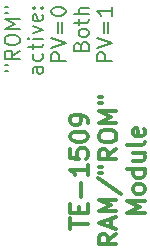
<source format=gto>
%FSLAX46Y46*%
G04 Gerber Fmt 4.6, Leading zero omitted, Abs format (unit mm)*
G04 Created by KiCad (PCBNEW (2014-10-27 BZR 5228)-product) date 5/3/2015 5:03:20 PM*
%MOMM*%
G01*
G04 APERTURE LIST*
%ADD10C,0.100000*%
%ADD11C,0.300000*%
%ADD12C,0.200000*%
%ADD13R,5.080000X2.540000*%
%ADD14C,19.050000*%
%ADD15R,7.366000X1.016000*%
%ADD16R,6.350000X1.016000*%
%ADD17R,0.700000X1.500000*%
%ADD18R,1.000000X0.800000*%
G04 APERTURE END LIST*
D10*
D11*
X14812571Y-26101856D02*
X14812571Y-25244713D01*
X16312571Y-25673284D02*
X14812571Y-25673284D01*
X15526857Y-24744713D02*
X15526857Y-24244713D01*
X16312571Y-24030427D02*
X16312571Y-24744713D01*
X14812571Y-24744713D01*
X14812571Y-24030427D01*
X15741143Y-23387570D02*
X15741143Y-22244713D01*
X16312571Y-20744713D02*
X16312571Y-21601856D01*
X16312571Y-21173284D02*
X14812571Y-21173284D01*
X15026857Y-21316141D01*
X15169714Y-21458999D01*
X15241143Y-21601856D01*
X14812571Y-19387570D02*
X14812571Y-20101856D01*
X15526857Y-20173285D01*
X15455429Y-20101856D01*
X15384000Y-19958999D01*
X15384000Y-19601856D01*
X15455429Y-19458999D01*
X15526857Y-19387570D01*
X15669714Y-19316142D01*
X16026857Y-19316142D01*
X16169714Y-19387570D01*
X16241143Y-19458999D01*
X16312571Y-19601856D01*
X16312571Y-19958999D01*
X16241143Y-20101856D01*
X16169714Y-20173285D01*
X14812571Y-18387571D02*
X14812571Y-18244714D01*
X14884000Y-18101857D01*
X14955429Y-18030428D01*
X15098286Y-17958999D01*
X15384000Y-17887571D01*
X15741143Y-17887571D01*
X16026857Y-17958999D01*
X16169714Y-18030428D01*
X16241143Y-18101857D01*
X16312571Y-18244714D01*
X16312571Y-18387571D01*
X16241143Y-18530428D01*
X16169714Y-18601857D01*
X16026857Y-18673285D01*
X15741143Y-18744714D01*
X15384000Y-18744714D01*
X15098286Y-18673285D01*
X14955429Y-18601857D01*
X14884000Y-18530428D01*
X14812571Y-18387571D01*
X16312571Y-17173286D02*
X16312571Y-16887571D01*
X16241143Y-16744714D01*
X16169714Y-16673286D01*
X15955429Y-16530428D01*
X15669714Y-16459000D01*
X15098286Y-16459000D01*
X14955429Y-16530428D01*
X14884000Y-16601857D01*
X14812571Y-16744714D01*
X14812571Y-17030428D01*
X14884000Y-17173286D01*
X14955429Y-17244714D01*
X15098286Y-17316143D01*
X15455429Y-17316143D01*
X15598286Y-17244714D01*
X15669714Y-17173286D01*
X15741143Y-17030428D01*
X15741143Y-16744714D01*
X15669714Y-16601857D01*
X15598286Y-16530428D01*
X15455429Y-16459000D01*
X18712571Y-26566143D02*
X17998286Y-27066143D01*
X18712571Y-27423286D02*
X17212571Y-27423286D01*
X17212571Y-26851858D01*
X17284000Y-26709000D01*
X17355429Y-26637572D01*
X17498286Y-26566143D01*
X17712571Y-26566143D01*
X17855429Y-26637572D01*
X17926857Y-26709000D01*
X17998286Y-26851858D01*
X17998286Y-27423286D01*
X18284000Y-25994715D02*
X18284000Y-25280429D01*
X18712571Y-26137572D02*
X17212571Y-25637572D01*
X18712571Y-25137572D01*
X18712571Y-24637572D02*
X17212571Y-24637572D01*
X18284000Y-24137572D01*
X17212571Y-23637572D01*
X18712571Y-23637572D01*
X17141143Y-21851858D02*
X19069714Y-23137572D01*
X17212571Y-21423286D02*
X17498286Y-21423286D01*
X17212571Y-20851857D02*
X17498286Y-20851857D01*
X18712571Y-19351857D02*
X17998286Y-19851857D01*
X18712571Y-20209000D02*
X17212571Y-20209000D01*
X17212571Y-19637572D01*
X17284000Y-19494714D01*
X17355429Y-19423286D01*
X17498286Y-19351857D01*
X17712571Y-19351857D01*
X17855429Y-19423286D01*
X17926857Y-19494714D01*
X17998286Y-19637572D01*
X17998286Y-20209000D01*
X17212571Y-18423286D02*
X17212571Y-18137572D01*
X17284000Y-17994714D01*
X17426857Y-17851857D01*
X17712571Y-17780429D01*
X18212571Y-17780429D01*
X18498286Y-17851857D01*
X18641143Y-17994714D01*
X18712571Y-18137572D01*
X18712571Y-18423286D01*
X18641143Y-18566143D01*
X18498286Y-18709000D01*
X18212571Y-18780429D01*
X17712571Y-18780429D01*
X17426857Y-18709000D01*
X17284000Y-18566143D01*
X17212571Y-18423286D01*
X18712571Y-17137571D02*
X17212571Y-17137571D01*
X18284000Y-16637571D01*
X17212571Y-16137571D01*
X18712571Y-16137571D01*
X17212571Y-15494714D02*
X17498286Y-15494714D01*
X17212571Y-14923285D02*
X17498286Y-14923285D01*
X21112571Y-24780428D02*
X19612571Y-24780428D01*
X20684000Y-24280428D01*
X19612571Y-23780428D01*
X21112571Y-23780428D01*
X21112571Y-22851856D02*
X21041143Y-22994714D01*
X20969714Y-23066142D01*
X20826857Y-23137571D01*
X20398286Y-23137571D01*
X20255429Y-23066142D01*
X20184000Y-22994714D01*
X20112571Y-22851856D01*
X20112571Y-22637571D01*
X20184000Y-22494714D01*
X20255429Y-22423285D01*
X20398286Y-22351856D01*
X20826857Y-22351856D01*
X20969714Y-22423285D01*
X21041143Y-22494714D01*
X21112571Y-22637571D01*
X21112571Y-22851856D01*
X21112571Y-21066142D02*
X19612571Y-21066142D01*
X21041143Y-21066142D02*
X21112571Y-21208999D01*
X21112571Y-21494713D01*
X21041143Y-21637571D01*
X20969714Y-21708999D01*
X20826857Y-21780428D01*
X20398286Y-21780428D01*
X20255429Y-21708999D01*
X20184000Y-21637571D01*
X20112571Y-21494713D01*
X20112571Y-21208999D01*
X20184000Y-21066142D01*
X20112571Y-19708999D02*
X21112571Y-19708999D01*
X20112571Y-20351856D02*
X20898286Y-20351856D01*
X21041143Y-20280428D01*
X21112571Y-20137570D01*
X21112571Y-19923285D01*
X21041143Y-19780428D01*
X20969714Y-19708999D01*
X21112571Y-18780427D02*
X21041143Y-18923285D01*
X20898286Y-18994713D01*
X19612571Y-18994713D01*
X21041143Y-17637571D02*
X21112571Y-17780428D01*
X21112571Y-18066142D01*
X21041143Y-18208999D01*
X20898286Y-18280428D01*
X20326857Y-18280428D01*
X20184000Y-18208999D01*
X20112571Y-18066142D01*
X20112571Y-17780428D01*
X20184000Y-17637571D01*
X20326857Y-17566142D01*
X20469714Y-17566142D01*
X20612571Y-18280428D01*
D12*
X9258476Y-12766762D02*
X9496571Y-12766762D01*
X9258476Y-12290571D02*
X9496571Y-12290571D01*
X10508476Y-11040571D02*
X9913238Y-11457238D01*
X10508476Y-11754857D02*
X9258476Y-11754857D01*
X9258476Y-11278666D01*
X9318000Y-11159619D01*
X9377524Y-11100095D01*
X9496571Y-11040571D01*
X9675143Y-11040571D01*
X9794190Y-11100095D01*
X9853714Y-11159619D01*
X9913238Y-11278666D01*
X9913238Y-11754857D01*
X9258476Y-10266762D02*
X9258476Y-10028666D01*
X9318000Y-9909619D01*
X9437048Y-9790571D01*
X9675143Y-9731047D01*
X10091810Y-9731047D01*
X10329905Y-9790571D01*
X10448952Y-9909619D01*
X10508476Y-10028666D01*
X10508476Y-10266762D01*
X10448952Y-10385809D01*
X10329905Y-10504857D01*
X10091810Y-10564381D01*
X9675143Y-10564381D01*
X9437048Y-10504857D01*
X9318000Y-10385809D01*
X9258476Y-10266762D01*
X10508476Y-9195333D02*
X9258476Y-9195333D01*
X10151333Y-8778666D01*
X9258476Y-8362000D01*
X10508476Y-8362000D01*
X9258476Y-7826286D02*
X9496571Y-7826286D01*
X9258476Y-7350095D02*
X9496571Y-7350095D01*
X12458476Y-12409620D02*
X11803714Y-12409620D01*
X11684667Y-12469143D01*
X11625143Y-12588191D01*
X11625143Y-12826286D01*
X11684667Y-12945334D01*
X12398952Y-12409620D02*
X12458476Y-12528667D01*
X12458476Y-12826286D01*
X12398952Y-12945334D01*
X12279905Y-13004858D01*
X12160857Y-13004858D01*
X12041810Y-12945334D01*
X11982286Y-12826286D01*
X11982286Y-12528667D01*
X11922762Y-12409620D01*
X12398952Y-11278668D02*
X12458476Y-11397715D01*
X12458476Y-11635811D01*
X12398952Y-11754858D01*
X12339429Y-11814382D01*
X12220381Y-11873906D01*
X11863238Y-11873906D01*
X11744190Y-11814382D01*
X11684667Y-11754858D01*
X11625143Y-11635811D01*
X11625143Y-11397715D01*
X11684667Y-11278668D01*
X11625143Y-10921524D02*
X11625143Y-10445334D01*
X11208476Y-10742953D02*
X12279905Y-10742953D01*
X12398952Y-10683429D01*
X12458476Y-10564382D01*
X12458476Y-10445334D01*
X12458476Y-10028667D02*
X11625143Y-10028667D01*
X11208476Y-10028667D02*
X11268000Y-10088191D01*
X11327524Y-10028667D01*
X11268000Y-9969143D01*
X11208476Y-10028667D01*
X11327524Y-10028667D01*
X11625143Y-9552477D02*
X12458476Y-9254858D01*
X11625143Y-8957238D01*
X12398952Y-8004857D02*
X12458476Y-8123905D01*
X12458476Y-8362000D01*
X12398952Y-8481048D01*
X12279905Y-8540572D01*
X11803714Y-8540572D01*
X11684667Y-8481048D01*
X11625143Y-8362000D01*
X11625143Y-8123905D01*
X11684667Y-8004857D01*
X11803714Y-7945334D01*
X11922762Y-7945334D01*
X12041810Y-8540572D01*
X12339429Y-7409619D02*
X12398952Y-7350095D01*
X12458476Y-7409619D01*
X12398952Y-7469143D01*
X12339429Y-7409619D01*
X12458476Y-7409619D01*
X11684667Y-7409619D02*
X11744190Y-7350095D01*
X11803714Y-7409619D01*
X11744190Y-7469143D01*
X11684667Y-7409619D01*
X11803714Y-7409619D01*
X14408476Y-11873905D02*
X13158476Y-11873905D01*
X13158476Y-11397714D01*
X13218000Y-11278667D01*
X13277524Y-11219143D01*
X13396571Y-11159619D01*
X13575143Y-11159619D01*
X13694190Y-11219143D01*
X13753714Y-11278667D01*
X13813238Y-11397714D01*
X13813238Y-11873905D01*
X13158476Y-10802476D02*
X14408476Y-10385810D01*
X13158476Y-9969143D01*
X13753714Y-9552476D02*
X13753714Y-8600095D01*
X14110857Y-8600095D02*
X14110857Y-9552476D01*
X13158476Y-7766762D02*
X13158476Y-7647714D01*
X13218000Y-7528666D01*
X13277524Y-7469143D01*
X13396571Y-7409619D01*
X13634667Y-7350095D01*
X13932286Y-7350095D01*
X14170381Y-7409619D01*
X14289429Y-7469143D01*
X14348952Y-7528666D01*
X14408476Y-7647714D01*
X14408476Y-7766762D01*
X14348952Y-7885809D01*
X14289429Y-7945333D01*
X14170381Y-8004857D01*
X13932286Y-8064381D01*
X13634667Y-8064381D01*
X13396571Y-8004857D01*
X13277524Y-7945333D01*
X13218000Y-7885809D01*
X13158476Y-7766762D01*
X15703714Y-10623904D02*
X15763238Y-10445333D01*
X15822762Y-10385809D01*
X15941810Y-10326285D01*
X16120381Y-10326285D01*
X16239429Y-10385809D01*
X16298952Y-10445333D01*
X16358476Y-10564380D01*
X16358476Y-11040571D01*
X15108476Y-11040571D01*
X15108476Y-10623904D01*
X15168000Y-10504857D01*
X15227524Y-10445333D01*
X15346571Y-10385809D01*
X15465619Y-10385809D01*
X15584667Y-10445333D01*
X15644190Y-10504857D01*
X15703714Y-10623904D01*
X15703714Y-11040571D01*
X16358476Y-9612000D02*
X16298952Y-9731047D01*
X16239429Y-9790571D01*
X16120381Y-9850095D01*
X15763238Y-9850095D01*
X15644190Y-9790571D01*
X15584667Y-9731047D01*
X15525143Y-9612000D01*
X15525143Y-9433428D01*
X15584667Y-9314380D01*
X15644190Y-9254857D01*
X15763238Y-9195333D01*
X16120381Y-9195333D01*
X16239429Y-9254857D01*
X16298952Y-9314380D01*
X16358476Y-9433428D01*
X16358476Y-9612000D01*
X15525143Y-8838190D02*
X15525143Y-8362000D01*
X15108476Y-8659619D02*
X16179905Y-8659619D01*
X16298952Y-8600095D01*
X16358476Y-8481048D01*
X16358476Y-8362000D01*
X16358476Y-7945333D02*
X15108476Y-7945333D01*
X16358476Y-7409619D02*
X15703714Y-7409619D01*
X15584667Y-7469142D01*
X15525143Y-7588190D01*
X15525143Y-7766762D01*
X15584667Y-7885809D01*
X15644190Y-7945333D01*
X18308476Y-11873905D02*
X17058476Y-11873905D01*
X17058476Y-11397714D01*
X17118000Y-11278667D01*
X17177524Y-11219143D01*
X17296571Y-11159619D01*
X17475143Y-11159619D01*
X17594190Y-11219143D01*
X17653714Y-11278667D01*
X17713238Y-11397714D01*
X17713238Y-11873905D01*
X17058476Y-10802476D02*
X18308476Y-10385810D01*
X17058476Y-9969143D01*
X17653714Y-9552476D02*
X17653714Y-8600095D01*
X18010857Y-8600095D02*
X18010857Y-9552476D01*
X18308476Y-7350095D02*
X18308476Y-8064381D01*
X18308476Y-7707238D02*
X17058476Y-7707238D01*
X17237048Y-7826286D01*
X17356095Y-7945333D01*
X17415619Y-8064381D01*
%LPC*%
D13*
X36322000Y-27178000D03*
D14*
X36322000Y-15748000D03*
D13*
X36322000Y-4318000D03*
D15*
X3683000Y-2540000D03*
D16*
X4191000Y-3810000D03*
X4191000Y-5080000D03*
X4191000Y-6350000D03*
X4191000Y-7620000D03*
X4191000Y-8890000D03*
X4191000Y-10160000D03*
X4191000Y-11430000D03*
X4191000Y-12700000D03*
X4191000Y-13970000D03*
X4191000Y-15240000D03*
X4191000Y-16510000D03*
X4191000Y-17780000D03*
X4191000Y-19050000D03*
X4191000Y-20320000D03*
X4191000Y-21590000D03*
X4191000Y-22860000D03*
X4191000Y-24130000D03*
X4191000Y-25400000D03*
D15*
X3683000Y-26670000D03*
D17*
X18748000Y-2060000D03*
X17248000Y-2060000D03*
X12748000Y-2060000D03*
D18*
X20398000Y-4910000D03*
X20398000Y-2710000D03*
X11098000Y-2710000D03*
X11098000Y-4910000D03*
D17*
X14248000Y-2060000D03*
M02*

</source>
